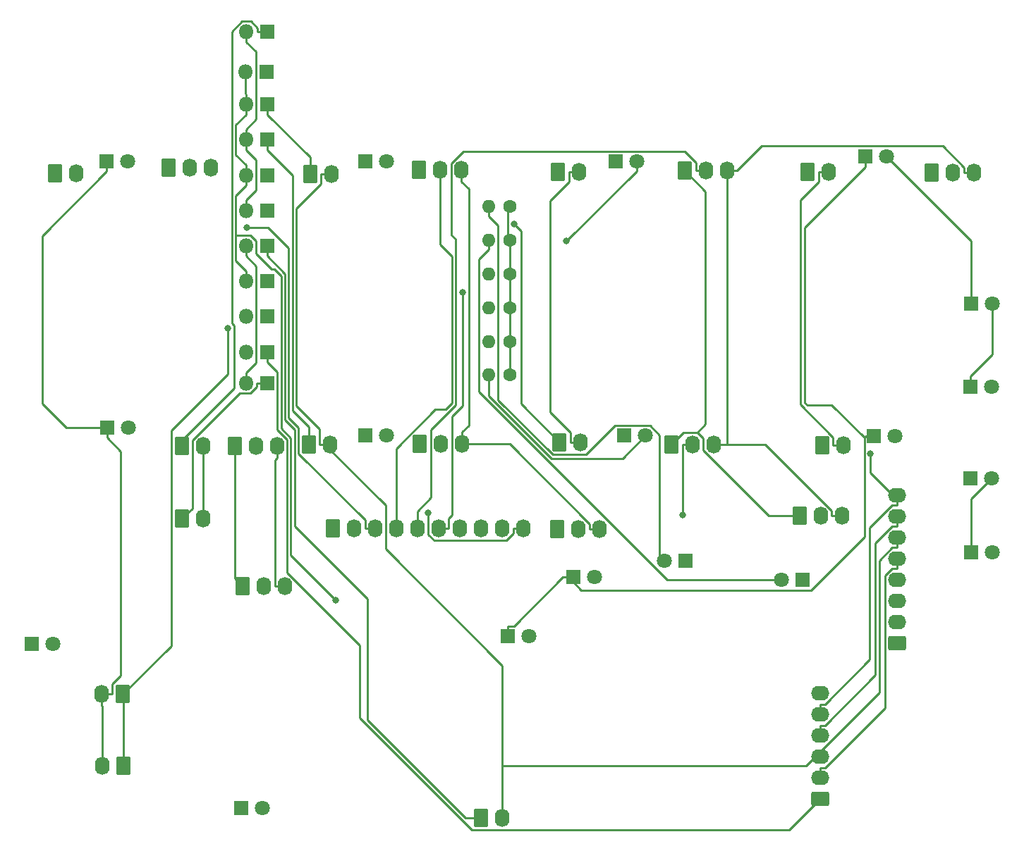
<source format=gbr>
%TF.GenerationSoftware,KiCad,Pcbnew,7.0.9*%
%TF.CreationDate,2023-11-26T15:46:12+10:00*%
%TF.ProjectId,INTERCOMM BACKLIGHT VALIDATION,494e5445-5243-44f4-9d4d-204241434b4c,rev?*%
%TF.SameCoordinates,Original*%
%TF.FileFunction,Copper,L2,Bot*%
%TF.FilePolarity,Positive*%
%FSLAX46Y46*%
G04 Gerber Fmt 4.6, Leading zero omitted, Abs format (unit mm)*
G04 Created by KiCad (PCBNEW 7.0.9) date 2023-11-26 15:46:12*
%MOMM*%
%LPD*%
G01*
G04 APERTURE LIST*
G04 Aperture macros list*
%AMRoundRect*
0 Rectangle with rounded corners*
0 $1 Rounding radius*
0 $2 $3 $4 $5 $6 $7 $8 $9 X,Y pos of 4 corners*
0 Add a 4 corners polygon primitive as box body*
4,1,4,$2,$3,$4,$5,$6,$7,$8,$9,$2,$3,0*
0 Add four circle primitives for the rounded corners*
1,1,$1+$1,$2,$3*
1,1,$1+$1,$4,$5*
1,1,$1+$1,$6,$7*
1,1,$1+$1,$8,$9*
0 Add four rect primitives between the rounded corners*
20,1,$1+$1,$2,$3,$4,$5,0*
20,1,$1+$1,$4,$5,$6,$7,0*
20,1,$1+$1,$6,$7,$8,$9,0*
20,1,$1+$1,$8,$9,$2,$3,0*%
G04 Aperture macros list end*
%TA.AperFunction,ComponentPad*%
%ADD10RoundRect,0.250000X-0.620000X-0.845000X0.620000X-0.845000X0.620000X0.845000X-0.620000X0.845000X0*%
%TD*%
%TA.AperFunction,ComponentPad*%
%ADD11O,1.740000X2.190000*%
%TD*%
%TA.AperFunction,ComponentPad*%
%ADD12R,1.800000X1.800000*%
%TD*%
%TA.AperFunction,ComponentPad*%
%ADD13O,1.800000X1.800000*%
%TD*%
%TA.AperFunction,ComponentPad*%
%ADD14C,1.600000*%
%TD*%
%TA.AperFunction,ComponentPad*%
%ADD15O,1.600000X1.600000*%
%TD*%
%TA.AperFunction,ComponentPad*%
%ADD16RoundRect,0.250000X0.845000X-0.620000X0.845000X0.620000X-0.845000X0.620000X-0.845000X-0.620000X0*%
%TD*%
%TA.AperFunction,ComponentPad*%
%ADD17O,2.190000X1.740000*%
%TD*%
%TA.AperFunction,ComponentPad*%
%ADD18RoundRect,0.250000X0.620000X0.845000X-0.620000X0.845000X-0.620000X-0.845000X0.620000X-0.845000X0*%
%TD*%
%TA.AperFunction,ComponentPad*%
%ADD19C,1.800000*%
%TD*%
%TA.AperFunction,ViaPad*%
%ADD20C,0.800000*%
%TD*%
%TA.AperFunction,Conductor*%
%ADD21C,0.250000*%
%TD*%
G04 APERTURE END LIST*
D10*
%TO.P,J4,1,Pin_1*%
%TO.N,/ANALOG_5V*%
X126930000Y-96890000D03*
D11*
%TO.P,J4,2,Pin_2*%
%TO.N,/ANALOG_GND*%
X129470000Y-96890000D03*
%TO.P,J4,3,Pin_3*%
%TO.N,/INT_VOL*%
X132010000Y-96890000D03*
%TO.P,J4,4,Pin_4*%
%TO.N,/FM_VOL*%
X134550000Y-96890000D03*
%TO.P,J4,5,Pin_5*%
%TO.N,/UHF_VOL*%
X137090000Y-96890000D03*
%TO.P,J4,6,Pin_6*%
%TO.N,/VHF_VOL*%
X139630000Y-96890000D03*
%TO.P,J4,7,Pin_7*%
%TO.N,/AIM_VOL*%
X142170000Y-96890000D03*
%TO.P,J4,8,Pin_8*%
%TO.N,/IFF_VOL*%
X144710000Y-96890000D03*
%TO.P,J4,9,Pin_9*%
%TO.N,/TACAN_VOL*%
X147250000Y-96890000D03*
%TO.P,J4,10,Pin_10*%
%TO.N,/MASTER_VOL*%
X149790000Y-96890000D03*
%TD*%
D10*
%TO.P,RV9,1,1*%
%TO.N,/ANALOG_5V*%
X198870000Y-54090000D03*
D11*
%TO.P,RV9,2,2*%
%TO.N,/VHF_VOL*%
X201410000Y-54090000D03*
%TO.P,RV9,3,3*%
%TO.N,/ANALOG_GND*%
X203950000Y-54090000D03*
%TD*%
D10*
%TO.P,RV8,1,1*%
%TO.N,/ANALOG_5V*%
X182970000Y-95310000D03*
D11*
%TO.P,RV8,2,2*%
%TO.N,/TACAN_VOL*%
X185510000Y-95310000D03*
%TO.P,RV8,3,3*%
%TO.N,/ANALOG_GND*%
X188050000Y-95310000D03*
%TD*%
D10*
%TO.P,RV7,1,1*%
%TO.N,/ANALOG_5V*%
X169180000Y-53870000D03*
D11*
%TO.P,RV7,2,2*%
%TO.N,/UHF_VOL*%
X171720000Y-53870000D03*
%TO.P,RV7,3,3*%
%TO.N,/ANALOG_GND*%
X174260000Y-53870000D03*
%TD*%
D10*
%TO.P,RV6,1,1*%
%TO.N,/ANALOG_5V*%
X167640000Y-86760000D03*
D11*
%TO.P,RV6,2,2*%
%TO.N,/ILS_VOL*%
X170180000Y-86760000D03*
%TO.P,RV6,3,3*%
%TO.N,/ANALOG_GND*%
X172720000Y-86760000D03*
%TD*%
D10*
%TO.P,RV5,1,1*%
%TO.N,/ANALOG_5V*%
X116110000Y-103810000D03*
D11*
%TO.P,RV5,2,2*%
%TO.N,/MASTER_VOL*%
X118650000Y-103810000D03*
%TO.P,RV5,3,3*%
%TO.N,/ANALOG_GND*%
X121190000Y-103810000D03*
%TD*%
D10*
%TO.P,RV4,1,1*%
%TO.N,/ANALOG_5V*%
X137300000Y-53750000D03*
D11*
%TO.P,RV4,2,2*%
%TO.N,/FM_VOL*%
X139840000Y-53750000D03*
%TO.P,RV4,3,3*%
%TO.N,/ANALOG_GND*%
X142380000Y-53750000D03*
%TD*%
D10*
%TO.P,RV3,1,1*%
%TO.N,/ANALOG_5V*%
X137400000Y-86710000D03*
D11*
%TO.P,RV3,2,2*%
%TO.N,/IFF_VOL*%
X139940000Y-86710000D03*
%TO.P,RV3,3,3*%
%TO.N,/ANALOG_GND*%
X142480000Y-86710000D03*
%TD*%
D10*
%TO.P,RV2,1,1*%
%TO.N,/ANALOG_5V*%
X107250000Y-53540000D03*
D11*
%TO.P,RV2,2,2*%
%TO.N,/INT_VOL*%
X109790000Y-53540000D03*
%TO.P,RV2,3,3*%
%TO.N,/ANALOG_GND*%
X112330000Y-53540000D03*
%TD*%
D10*
%TO.P,J5,1,Pin_1*%
%TO.N,/ANALOG_5V*%
X153920000Y-96930000D03*
D11*
%TO.P,J5,2,Pin_2*%
%TO.N,/ILS_VOL*%
X156460000Y-96930000D03*
%TO.P,J5,3,Pin_3*%
%TO.N,/ANALOG_GND*%
X159000000Y-96930000D03*
%TD*%
D12*
%TO.P,D29,1,K*%
%TO.N,Net-(D29-K)*%
X119070000Y-75660000D03*
D13*
%TO.P,D29,2,A*%
%TO.N,/COL0*%
X116530000Y-75660000D03*
%TD*%
D12*
%TO.P,D28,1,K*%
%TO.N,Net-(D28-K)*%
X119070000Y-71410000D03*
D13*
%TO.P,D28,2,A*%
%TO.N,/COL2*%
X116530000Y-71410000D03*
%TD*%
D12*
%TO.P,D27,1,K*%
%TO.N,Net-(D27-K)*%
X119070000Y-67160000D03*
D13*
%TO.P,D27,2,A*%
%TO.N,/COL1*%
X116530000Y-67160000D03*
%TD*%
D12*
%TO.P,D26,1,K*%
%TO.N,Net-(D26-K)*%
X119070000Y-62910000D03*
D13*
%TO.P,D26,2,A*%
%TO.N,/COL3*%
X116530000Y-62910000D03*
%TD*%
D12*
%TO.P,D25,1,K*%
%TO.N,Net-(D25-K)*%
X119070000Y-79400000D03*
D13*
%TO.P,D25,2,A*%
%TO.N,/COL3*%
X116530000Y-79400000D03*
%TD*%
D12*
%TO.P,D24,1,K*%
%TO.N,Net-(D24-K)*%
X119070000Y-58660000D03*
D13*
%TO.P,D24,2,A*%
%TO.N,/COL2*%
X116530000Y-58660000D03*
%TD*%
D12*
%TO.P,D23,1,K*%
%TO.N,Net-(D23-K)*%
X119070000Y-54410000D03*
D13*
%TO.P,D23,2,A*%
%TO.N,/COL1*%
X116530000Y-54410000D03*
%TD*%
D12*
%TO.P,D22,1,K*%
%TO.N,Net-(D22-K)*%
X119070000Y-50160000D03*
D13*
%TO.P,D22,2,A*%
%TO.N,/COL2*%
X116530000Y-50160000D03*
%TD*%
D12*
%TO.P,D21,1,K*%
%TO.N,Net-(D21-K)*%
X119070000Y-45910000D03*
D13*
%TO.P,D21,2,A*%
%TO.N,/COL1*%
X116530000Y-45910000D03*
%TD*%
D12*
%TO.P,D2,1,K*%
%TO.N,Net-(D2-K)*%
X119120000Y-37180000D03*
D13*
%TO.P,D2,2,A*%
%TO.N,/COL2*%
X116580000Y-37180000D03*
%TD*%
D12*
%TO.P,D1,1,K*%
%TO.N,Net-(D1-K)*%
X119040000Y-42000000D03*
D13*
%TO.P,D1,2,A*%
%TO.N,/COL1*%
X116500000Y-42000000D03*
%TD*%
D10*
%TO.P,SW10,1,1*%
%TO.N,Net-(D28-K)*%
X185680000Y-86850000D03*
D11*
%TO.P,SW10,2,2*%
%TO.N,/ROW10*%
X188220000Y-86850000D03*
%TD*%
D10*
%TO.P,SW9,1,1*%
%TO.N,Net-(D27-K)*%
X183980000Y-54020000D03*
D11*
%TO.P,SW9,2,2*%
%TO.N,/ROW10*%
X186520000Y-54020000D03*
%TD*%
D10*
%TO.P,SW8,1,1*%
%TO.N,Net-(D26-K)*%
X144740000Y-131660000D03*
D11*
%TO.P,SW8,2,2*%
%TO.N,/ROW8*%
X147280000Y-131660000D03*
%TD*%
D10*
%TO.P,SW5,1,1*%
%TO.N,Net-(D23-K)*%
X154000000Y-54020000D03*
D11*
%TO.P,SW5,2,2*%
%TO.N,/ROW9*%
X156540000Y-54020000D03*
%TD*%
D10*
%TO.P,SW4,1,1*%
%TO.N,Net-(D22-K)*%
X124040000Y-86770000D03*
D11*
%TO.P,SW4,2,2*%
%TO.N,/ROW8*%
X126580000Y-86770000D03*
%TD*%
D10*
%TO.P,SW3,1,1*%
%TO.N,Net-(D21-K)*%
X124210000Y-54250000D03*
D11*
%TO.P,SW3,2,2*%
%TO.N,/ROW8*%
X126750000Y-54250000D03*
%TD*%
D10*
%TO.P,SW2,1,1*%
%TO.N,Net-(D2-K)*%
X108800000Y-86950000D03*
D11*
%TO.P,SW2,2,2*%
%TO.N,/ROW7*%
X111340000Y-86950000D03*
%TD*%
D10*
%TO.P,SW1,1,1*%
%TO.N,Net-(D1-K)*%
X93590000Y-54160000D03*
D11*
%TO.P,SW1,2,2*%
%TO.N,/ROW7*%
X96130000Y-54160000D03*
%TD*%
D14*
%TO.P,R6,1*%
%TO.N,/BACKLIGHT_+12V*%
X148170000Y-78450000D03*
D15*
%TO.P,R6,2*%
%TO.N,Net-(D8-A)*%
X145630000Y-78450000D03*
%TD*%
D14*
%TO.P,R5,1*%
%TO.N,/BACKLIGHT_+12V*%
X148170000Y-74400000D03*
D15*
%TO.P,R5,2*%
%TO.N,Net-(D7-A)*%
X145630000Y-74400000D03*
%TD*%
D14*
%TO.P,R4,1*%
%TO.N,/BACKLIGHT_+12V*%
X148170000Y-70350000D03*
D15*
%TO.P,R4,2*%
%TO.N,Net-(D6-A)*%
X145630000Y-70350000D03*
%TD*%
D14*
%TO.P,R3,1*%
%TO.N,/BACKLIGHT_+12V*%
X148170000Y-66300000D03*
D15*
%TO.P,R3,2*%
%TO.N,Net-(D5-A)*%
X145630000Y-66300000D03*
%TD*%
D14*
%TO.P,R2,1*%
%TO.N,/BACKLIGHT_+12V*%
X148170000Y-62250000D03*
D15*
%TO.P,R2,2*%
%TO.N,Net-(D4-A)*%
X145630000Y-62250000D03*
%TD*%
D14*
%TO.P,R1,1*%
%TO.N,/BACKLIGHT_+12V*%
X148170000Y-58200000D03*
D15*
%TO.P,R1,2*%
%TO.N,Net-(D3-A)*%
X145630000Y-58200000D03*
%TD*%
D16*
%TO.P,J6,1,Pin_1*%
%TO.N,/COL0*%
X194670000Y-110690000D03*
D17*
%TO.P,J6,2,Pin_2*%
%TO.N,/COL1*%
X194670000Y-108150000D03*
%TO.P,J6,3,Pin_3*%
%TO.N,/COL2*%
X194670000Y-105610000D03*
%TO.P,J6,4,Pin_4*%
%TO.N,/COL3*%
X194670000Y-103070000D03*
%TO.P,J6,5,Pin_5*%
%TO.N,/ROW7*%
X194670000Y-100530000D03*
%TO.P,J6,6,Pin_6*%
%TO.N,/ROW8*%
X194670000Y-97990000D03*
%TO.P,J6,7,Pin_7*%
%TO.N,/ROW9*%
X194670000Y-95450000D03*
%TO.P,J6,8,Pin_8*%
%TO.N,/ROW10*%
X194670000Y-92910000D03*
%TD*%
D16*
%TO.P,J3,1,Pin_1*%
%TO.N,Net-(D29-K)*%
X185460000Y-129360000D03*
D17*
%TO.P,J3,2,Pin_2*%
%TO.N,/ROW7*%
X185460000Y-126820000D03*
%TO.P,J3,3,Pin_3*%
%TO.N,/ROW8*%
X185460000Y-124280000D03*
%TO.P,J3,4,Pin_4*%
%TO.N,/ROW9*%
X185460000Y-121740000D03*
%TO.P,J3,5,Pin_5*%
%TO.N,/ROW10*%
X185460000Y-119200000D03*
%TO.P,J3,6,Pin_6*%
%TO.N,unconnected-(J3-Pin_6-Pad6)*%
X185460000Y-116660000D03*
%TD*%
D18*
%TO.P,J2,1,Pin_1*%
%TO.N,/BACKLIGHT_+12V*%
X101770000Y-116800000D03*
D11*
%TO.P,J2,2,Pin_2*%
%TO.N,/BACKLIGHT_GND*%
X99230000Y-116800000D03*
%TD*%
D18*
%TO.P,J1,1,Pin_1*%
%TO.N,/BACKLIGHT_+12V*%
X101780000Y-125440000D03*
D11*
%TO.P,J1,2,Pin_2*%
%TO.N,/BACKLIGHT_GND*%
X99240000Y-125440000D03*
%TD*%
D12*
%TO.P,D20,1,K*%
%TO.N,/BACKLIGHT_GND*%
X99850000Y-84750000D03*
D19*
%TO.P,D20,2,A*%
%TO.N,Net-(D14-K)*%
X102390000Y-84750000D03*
%TD*%
D12*
%TO.P,D19,1,K*%
%TO.N,/BACKLIGHT_GND*%
X191935000Y-85790000D03*
D19*
%TO.P,D19,2,A*%
%TO.N,Net-(D13-K)*%
X194475000Y-85790000D03*
%TD*%
D12*
%TO.P,D18,1,K*%
%TO.N,/BACKLIGHT_GND*%
X190910000Y-52180000D03*
D19*
%TO.P,D18,2,A*%
%TO.N,Net-(D12-K)*%
X193450000Y-52180000D03*
%TD*%
D12*
%TO.P,D17,1,K*%
%TO.N,/BACKLIGHT_GND*%
X99810000Y-52750000D03*
D19*
%TO.P,D17,2,A*%
%TO.N,Net-(D11-K)*%
X102350000Y-52750000D03*
%TD*%
D12*
%TO.P,D16,1,K*%
%TO.N,/BACKLIGHT_GND*%
X147925000Y-109830000D03*
D19*
%TO.P,D16,2,A*%
%TO.N,Net-(D10-K)*%
X150465000Y-109830000D03*
%TD*%
D12*
%TO.P,D15,1,K*%
%TO.N,/BACKLIGHT_GND*%
X155820000Y-102720000D03*
D19*
%TO.P,D15,2,A*%
%TO.N,Net-(D15-A)*%
X158360000Y-102720000D03*
%TD*%
D12*
%TO.P,D14,1,K*%
%TO.N,Net-(D14-K)*%
X130840000Y-85720000D03*
D19*
%TO.P,D14,2,A*%
%TO.N,Net-(D14-A)*%
X133380000Y-85720000D03*
%TD*%
D12*
%TO.P,D13,1,K*%
%TO.N,Net-(D13-K)*%
X203500000Y-90830000D03*
D19*
%TO.P,D13,2,A*%
%TO.N,Net-(D13-A)*%
X206040000Y-90830000D03*
%TD*%
D12*
%TO.P,D12,1,K*%
%TO.N,Net-(D12-K)*%
X203555000Y-69820000D03*
D19*
%TO.P,D12,2,A*%
%TO.N,Net-(D12-A)*%
X206095000Y-69820000D03*
%TD*%
D12*
%TO.P,D11,1,K*%
%TO.N,Net-(D11-K)*%
X130820000Y-52720000D03*
D19*
%TO.P,D11,2,A*%
%TO.N,Net-(D11-A)*%
X133360000Y-52720000D03*
%TD*%
D12*
%TO.P,D10,1,K*%
%TO.N,Net-(D10-K)*%
X115990000Y-130520000D03*
D19*
%TO.P,D10,2,A*%
%TO.N,Net-(D10-A)*%
X118530000Y-130520000D03*
%TD*%
D12*
%TO.P,D9,1,K*%
%TO.N,Net-(D15-A)*%
X90825000Y-110730000D03*
D19*
%TO.P,D9,2,A*%
%TO.N,Net-(D3-K)*%
X93365000Y-110730000D03*
%TD*%
D12*
%TO.P,D8,1,K*%
%TO.N,Net-(D14-A)*%
X161930000Y-85730000D03*
D19*
%TO.P,D8,2,A*%
%TO.N,Net-(D8-A)*%
X164470000Y-85730000D03*
%TD*%
D12*
%TO.P,D7,1,K*%
%TO.N,Net-(D13-A)*%
X203550000Y-99770000D03*
D19*
%TO.P,D7,2,A*%
%TO.N,Net-(D7-A)*%
X206090000Y-99770000D03*
%TD*%
D12*
%TO.P,D6,1,K*%
%TO.N,Net-(D12-A)*%
X203460000Y-79820000D03*
D19*
%TO.P,D6,2,A*%
%TO.N,Net-(D6-A)*%
X206000000Y-79820000D03*
%TD*%
%TO.P,D5,2,A*%
%TO.N,Net-(D5-A)*%
X163415000Y-52790000D03*
D12*
%TO.P,D5,1,K*%
%TO.N,Net-(D11-A)*%
X160875000Y-52790000D03*
%TD*%
%TO.P,D4,1,K*%
%TO.N,Net-(D10-A)*%
X183390000Y-103020000D03*
D19*
%TO.P,D4,2,A*%
%TO.N,Net-(D4-A)*%
X180850000Y-103020000D03*
%TD*%
D12*
%TO.P,D3,1,K*%
%TO.N,Net-(D3-K)*%
X169330000Y-100800000D03*
D19*
%TO.P,D3,2,A*%
%TO.N,Net-(D3-A)*%
X166790000Y-100800000D03*
%TD*%
D10*
%TO.P,SW7,1,A*%
%TO.N,Net-(D25-K)*%
X108830000Y-95720000D03*
D11*
%TO.P,SW7,2,B*%
%TO.N,/ROW7*%
X111370000Y-95720000D03*
%TD*%
D10*
%TO.P,RV1,1,1*%
%TO.N,/ANALOG_5V*%
X115170000Y-86940000D03*
D11*
%TO.P,RV1,2,2*%
%TO.N,/AIM_VOL*%
X117710000Y-86940000D03*
%TO.P,RV1,3,3*%
%TO.N,/ANALOG_GND*%
X120250000Y-86940000D03*
%TD*%
D10*
%TO.P,SW6,1,1*%
%TO.N,Net-(D24-K)*%
X154180000Y-86560000D03*
D11*
%TO.P,SW6,2,2*%
%TO.N,/ROW9*%
X156720000Y-86560000D03*
%TD*%
D20*
%TO.N,/VHF_VOL*%
X142528900Y-68499000D03*
%TO.N,/MASTER_VOL*%
X138409200Y-94989600D03*
%TO.N,/ILS_VOL*%
X168984700Y-95249500D03*
%TO.N,/INT_VOL*%
X116646900Y-60752700D03*
%TO.N,/ROW10*%
X191485800Y-87903300D03*
%TO.N,/BACKLIGHT_+12V*%
X114366800Y-72789600D03*
%TO.N,Net-(D24-K)*%
X148691500Y-60283700D03*
%TO.N,Net-(D5-A)*%
X155017400Y-62326100D03*
%TO.N,/COL1*%
X127312300Y-105480200D03*
%TD*%
D21*
%TO.N,/VHF_VOL*%
X139630000Y-96890000D02*
X140825300Y-96890000D01*
X142528900Y-82128500D02*
X142528900Y-68499000D01*
X141265300Y-83392100D02*
X142528900Y-82128500D01*
X141265300Y-95254700D02*
X141265300Y-83392100D01*
X140825300Y-95694700D02*
X141265300Y-95254700D01*
X140825300Y-96890000D02*
X140825300Y-95694700D01*
%TO.N,/UHF_VOL*%
X137090000Y-94816000D02*
X137090000Y-96890000D01*
X138728200Y-93177800D02*
X137090000Y-94816000D01*
X138728200Y-84984600D02*
X138728200Y-93177800D01*
X141695700Y-82017100D02*
X138728200Y-84984600D01*
X141695700Y-62125200D02*
X141695700Y-82017100D01*
X141144100Y-61573600D02*
X141695700Y-62125200D01*
X141144100Y-53003500D02*
X141144100Y-61573600D01*
X142599800Y-51547800D02*
X141144100Y-53003500D01*
X169173700Y-51547800D02*
X142599800Y-51547800D01*
X170524700Y-52898800D02*
X169173700Y-51547800D01*
X170524700Y-53870000D02*
X170524700Y-52898800D01*
X171720000Y-53870000D02*
X170524700Y-53870000D01*
%TO.N,/MASTER_VOL*%
X149790000Y-96890000D02*
X148594700Y-96890000D01*
X138409200Y-97591900D02*
X138409200Y-94989600D01*
X139127700Y-98310400D02*
X138409200Y-97591900D01*
X147771900Y-98310400D02*
X139127700Y-98310400D01*
X148594700Y-97487600D02*
X147771900Y-98310400D01*
X148594700Y-96890000D02*
X148594700Y-97487600D01*
%TO.N,/FM_VOL*%
X139840000Y-53750000D02*
X139840000Y-55170300D01*
X134550000Y-87275400D02*
X134550000Y-96890000D01*
X139228800Y-82596600D02*
X134550000Y-87275400D01*
X140478300Y-82596600D02*
X139228800Y-82596600D01*
X141245300Y-81829600D02*
X140478300Y-82596600D01*
X141245300Y-64182400D02*
X141245300Y-81829600D01*
X139840000Y-62777100D02*
X141245300Y-64182400D01*
X139840000Y-55170300D02*
X139840000Y-62777100D01*
%TO.N,/ILS_VOL*%
X170180000Y-86760000D02*
X168984700Y-86760000D01*
X168984700Y-86760000D02*
X168984700Y-95249500D01*
%TO.N,/INT_VOL*%
X130814700Y-95875900D02*
X130814700Y-96890000D01*
X122834800Y-87896000D02*
X130814700Y-95875900D01*
X122834800Y-84761100D02*
X122834800Y-87896000D01*
X121646200Y-83572500D02*
X122834800Y-84761100D01*
X121646200Y-63195200D02*
X121646200Y-83572500D01*
X119203700Y-60752700D02*
X121646200Y-63195200D01*
X116646900Y-60752700D02*
X119203700Y-60752700D01*
X132010000Y-96890000D02*
X130814700Y-96890000D01*
%TO.N,Net-(D25-K)*%
X117844700Y-79859600D02*
X117844700Y-79400000D01*
X117079000Y-80625300D02*
X117844700Y-79859600D01*
X115746000Y-80625300D02*
X117079000Y-80625300D01*
X110070500Y-86300800D02*
X115746000Y-80625300D01*
X110070500Y-94479500D02*
X110070500Y-86300800D01*
X108830000Y-95720000D02*
X110070500Y-94479500D01*
X119070000Y-79400000D02*
X117844700Y-79400000D01*
%TO.N,/ROW10*%
X185460000Y-119200000D02*
X185460000Y-118004700D01*
X185324700Y-55215300D02*
X185324700Y-54020000D01*
X183120600Y-57419400D02*
X185324700Y-55215300D01*
X183120600Y-82003700D02*
X183120600Y-57419400D01*
X187024700Y-85907800D02*
X183120600Y-82003700D01*
X187024700Y-86850000D02*
X187024700Y-85907800D01*
X188220000Y-86850000D02*
X187024700Y-86850000D01*
X186520000Y-54020000D02*
X185324700Y-54020000D01*
X194670000Y-92910000D02*
X194670000Y-93383400D01*
X194670000Y-93383400D02*
X194670000Y-94105300D01*
X186057600Y-118004700D02*
X185460000Y-118004700D01*
X191416200Y-112646100D02*
X186057600Y-118004700D01*
X191416200Y-96761500D02*
X191416200Y-112646100D01*
X194072400Y-94105300D02*
X191416200Y-96761500D01*
X194670000Y-94105300D02*
X194072400Y-94105300D01*
X191485800Y-90199200D02*
X191485800Y-87903300D01*
X194670000Y-93383400D02*
X191485800Y-90199200D01*
%TO.N,/ROW9*%
X155344700Y-55215300D02*
X155344700Y-54020000D01*
X153025900Y-57534100D02*
X155344700Y-55215300D01*
X153025900Y-82865900D02*
X153025900Y-57534100D01*
X155524700Y-85364700D02*
X153025900Y-82865900D01*
X155524700Y-86560000D02*
X155524700Y-85364700D01*
X156720000Y-86560000D02*
X155524700Y-86560000D01*
X156540000Y-54020000D02*
X155344700Y-54020000D01*
X186057600Y-120544700D02*
X185460000Y-120544700D01*
X192091500Y-114510800D02*
X186057600Y-120544700D01*
X192091500Y-98626200D02*
X192091500Y-114510800D01*
X194072400Y-96645300D02*
X192091500Y-98626200D01*
X194670000Y-96645300D02*
X194072400Y-96645300D01*
X194670000Y-95450000D02*
X194670000Y-96645300D01*
X185460000Y-121740000D02*
X185460000Y-120544700D01*
%TO.N,/ROW8*%
X126750000Y-54250000D02*
X125554700Y-54250000D01*
X126580000Y-86770000D02*
X125982400Y-86770000D01*
X125982400Y-86770000D02*
X125384700Y-86770000D01*
X125554700Y-55445300D02*
X125554700Y-54250000D01*
X122588500Y-58411500D02*
X125554700Y-55445300D01*
X122588500Y-82141600D02*
X122588500Y-58411500D01*
X125384700Y-84937800D02*
X122588500Y-82141600D01*
X125384700Y-86770000D02*
X125384700Y-84937800D01*
X185460000Y-124280000D02*
X185460000Y-123682300D01*
X147280000Y-113348300D02*
X147280000Y-125402300D01*
X133280000Y-99348300D02*
X147280000Y-113348300D01*
X133280000Y-94067600D02*
X133280000Y-99348300D01*
X125982400Y-86770000D02*
X133280000Y-94067600D01*
X147280000Y-125402300D02*
X147280000Y-131660000D01*
X183740000Y-125402300D02*
X185460000Y-123682300D01*
X147280000Y-125402300D02*
X183740000Y-125402300D01*
X194670000Y-97990000D02*
X194670000Y-99185300D01*
X194086800Y-99185300D02*
X194670000Y-99185300D01*
X192541900Y-100730200D02*
X194086800Y-99185300D01*
X192541900Y-116600400D02*
X192541900Y-100730200D01*
X185460000Y-123682300D02*
X192541900Y-116600400D01*
%TO.N,/ROW7*%
X111340000Y-94269700D02*
X111340000Y-86950000D01*
X111370000Y-94299700D02*
X111340000Y-94269700D01*
X111370000Y-95720000D02*
X111370000Y-94299700D01*
X194072300Y-101725300D02*
X194670000Y-101725300D01*
X193217400Y-102580200D02*
X194072300Y-101725300D01*
X193217400Y-118464900D02*
X193217400Y-102580200D01*
X186057600Y-125624700D02*
X193217400Y-118464900D01*
X185460000Y-125624700D02*
X186057600Y-125624700D01*
X185460000Y-126820000D02*
X185460000Y-125624700D01*
X194670000Y-100530000D02*
X194670000Y-101725300D01*
%TO.N,/BACKLIGHT_+12V*%
X148170000Y-62250000D02*
X148170000Y-66300000D01*
X148170000Y-66300000D02*
X148170000Y-70350000D01*
X148170000Y-70350000D02*
X148170000Y-74400000D01*
X148170000Y-74400000D02*
X148170000Y-78450000D01*
X101780000Y-116810000D02*
X101770000Y-116800000D01*
X101780000Y-125440000D02*
X101780000Y-116810000D01*
X107602100Y-110967900D02*
X101770000Y-116800000D01*
X107602100Y-85077700D02*
X107602100Y-110967900D01*
X114366800Y-78313000D02*
X107602100Y-85077700D01*
X114366800Y-72789600D02*
X114366800Y-78313000D01*
X147966200Y-62046200D02*
X148170000Y-62250000D01*
X147966200Y-58403800D02*
X147966200Y-62046200D01*
X148170000Y-58200000D02*
X147966200Y-58403800D01*
%TO.N,Net-(D29-K)*%
X119070000Y-75660000D02*
X119070000Y-76885300D01*
X181737600Y-133082400D02*
X185460000Y-129360000D01*
X143672400Y-133082400D02*
X181737600Y-133082400D01*
X130208900Y-119618900D02*
X143672400Y-133082400D01*
X130208900Y-110913300D02*
X130208900Y-119618900D01*
X121457100Y-102161500D02*
X130208900Y-110913300D01*
X121457100Y-86178400D02*
X121457100Y-102161500D01*
X120295300Y-85016600D02*
X121457100Y-86178400D01*
X120295300Y-78110600D02*
X120295300Y-85016600D01*
X119070000Y-76885300D02*
X120295300Y-78110600D01*
%TO.N,/COL3*%
X117755300Y-65360600D02*
X116530000Y-64135300D01*
X117755300Y-76949400D02*
X117755300Y-65360600D01*
X116530000Y-78174700D02*
X117755300Y-76949400D01*
X116530000Y-79400000D02*
X116530000Y-78174700D01*
X116530000Y-62910000D02*
X116530000Y-64135300D01*
%TO.N,Net-(D26-K)*%
X119070000Y-62910000D02*
X119070000Y-64135300D01*
X142911800Y-131660000D02*
X144740000Y-131660000D01*
X131116400Y-119864600D02*
X142911800Y-131660000D01*
X131116400Y-105314300D02*
X131116400Y-119864600D01*
X122375600Y-96573500D02*
X131116400Y-105314300D01*
X122375600Y-85018300D02*
X122375600Y-96573500D01*
X121195900Y-83838600D02*
X122375600Y-85018300D01*
X121195900Y-66261200D02*
X121195900Y-83838600D01*
X119070000Y-64135300D02*
X121195900Y-66261200D01*
%TO.N,Net-(D24-K)*%
X149532400Y-61124600D02*
X148691500Y-60283700D01*
X149532400Y-81912400D02*
X149532400Y-61124600D01*
X154180000Y-86560000D02*
X149532400Y-81912400D01*
%TO.N,Net-(D22-K)*%
X119070000Y-50160000D02*
X119070000Y-51385300D01*
X122096600Y-54411900D02*
X119070000Y-51385300D01*
X122096600Y-82735700D02*
X122096600Y-54411900D01*
X124040000Y-84679100D02*
X122096600Y-82735700D01*
X124040000Y-86770000D02*
X124040000Y-84679100D01*
%TO.N,Net-(D21-K)*%
X124210000Y-52275300D02*
X119070000Y-47135300D01*
X124210000Y-54250000D02*
X124210000Y-52275300D01*
X119070000Y-45910000D02*
X119070000Y-47135300D01*
%TO.N,/BACKLIGHT_GND*%
X148710000Y-108604700D02*
X147925000Y-108604700D01*
X154594700Y-102720000D02*
X148710000Y-108604700D01*
X147925000Y-109830000D02*
X147925000Y-108604700D01*
X99810000Y-52750000D02*
X99810000Y-53975300D01*
X155820000Y-102720000D02*
X155207400Y-102720000D01*
X155207400Y-102720000D02*
X154594700Y-102720000D01*
X191935000Y-85790000D02*
X190955700Y-85790000D01*
X99240000Y-118230300D02*
X99240000Y-125440000D01*
X99230000Y-118220300D02*
X99240000Y-118230300D01*
X99230000Y-116800000D02*
X99230000Y-118220300D01*
X99230000Y-116800000D02*
X100425300Y-116800000D01*
X94963800Y-84750000D02*
X99850000Y-84750000D01*
X92062200Y-81848400D02*
X94963800Y-84750000D01*
X92062200Y-61723100D02*
X92062200Y-81848400D01*
X99810000Y-53975300D02*
X92062200Y-61723100D01*
X100425300Y-115604700D02*
X100425300Y-116800000D01*
X101506000Y-114524000D02*
X100425300Y-115604700D01*
X101506000Y-87631300D02*
X101506000Y-114524000D01*
X99850000Y-85975300D02*
X101506000Y-87631300D01*
X99850000Y-84750000D02*
X99850000Y-85975300D01*
X190910000Y-52180000D02*
X190910000Y-53405300D01*
X183602800Y-60712500D02*
X190910000Y-53405300D01*
X183602800Y-81754600D02*
X183602800Y-60712500D01*
X183906300Y-82058100D02*
X183602800Y-81754600D01*
X186833400Y-82058100D02*
X183906300Y-82058100D01*
X190760500Y-85985200D02*
X186833400Y-82058100D01*
X190955700Y-85790000D02*
X190760500Y-85985200D01*
X156763300Y-104275900D02*
X155207400Y-102720000D01*
X184396100Y-104275900D02*
X156763300Y-104275900D01*
X190760500Y-97911500D02*
X184396100Y-104275900D01*
X190760500Y-85985200D02*
X190760500Y-97911500D01*
%TO.N,Net-(D12-K)*%
X203555000Y-62285000D02*
X193450000Y-52180000D01*
X203555000Y-69820000D02*
X203555000Y-62285000D01*
%TO.N,Net-(D8-A)*%
X161716400Y-88483600D02*
X164470000Y-85730000D01*
X153182600Y-88483600D02*
X161716400Y-88483600D01*
X145630000Y-80931000D02*
X153182600Y-88483600D01*
X145630000Y-78450000D02*
X145630000Y-80931000D01*
%TO.N,Net-(D13-A)*%
X203550000Y-93320000D02*
X206040000Y-90830000D01*
X203550000Y-99770000D02*
X203550000Y-93320000D01*
%TO.N,Net-(D12-A)*%
X206095000Y-75959700D02*
X206095000Y-69820000D01*
X203460000Y-78594700D02*
X206095000Y-75959700D01*
X203460000Y-79820000D02*
X203460000Y-78594700D01*
%TO.N,Net-(D5-A)*%
X163415000Y-53928500D02*
X155017400Y-62326100D01*
X163415000Y-52790000D02*
X163415000Y-53928500D01*
%TO.N,Net-(D4-A)*%
X144504700Y-64500600D02*
X145630000Y-63375300D01*
X144504700Y-80442600D02*
X144504700Y-64500600D01*
X167082100Y-103020000D02*
X144504700Y-80442600D01*
X180850000Y-103020000D02*
X167082100Y-103020000D01*
X145630000Y-62250000D02*
X145630000Y-63375300D01*
%TO.N,Net-(D3-A)*%
X146755300Y-60450600D02*
X145630000Y-59325300D01*
X146755300Y-81419400D02*
X146755300Y-60450600D01*
X153343200Y-88007300D02*
X146755300Y-81419400D01*
X157335300Y-88007300D02*
X153343200Y-88007300D01*
X160838000Y-84504600D02*
X157335300Y-88007300D01*
X165025600Y-84504600D02*
X160838000Y-84504600D01*
X166172300Y-85651300D02*
X165025600Y-84504600D01*
X166172300Y-100182300D02*
X166172300Y-85651300D01*
X166790000Y-100800000D02*
X166172300Y-100182300D01*
X145630000Y-58200000D02*
X145630000Y-59325300D01*
%TO.N,/COL2*%
X117755300Y-47709400D02*
X116530000Y-48934700D01*
X117755300Y-39580600D02*
X117755300Y-47709400D01*
X116580000Y-38405300D02*
X117755300Y-39580600D01*
X116580000Y-37180000D02*
X116580000Y-38405300D01*
X116530000Y-50160000D02*
X116530000Y-48934700D01*
X117755300Y-52610600D02*
X116530000Y-51385300D01*
X117755300Y-56209400D02*
X117755300Y-52610600D01*
X116530000Y-57434700D02*
X117755300Y-56209400D01*
X116530000Y-58660000D02*
X116530000Y-57434700D01*
X116530000Y-50160000D02*
X116530000Y-51385300D01*
%TO.N,/COL1*%
X116500000Y-44654700D02*
X116530000Y-44684700D01*
X116500000Y-42000000D02*
X116500000Y-44654700D01*
X116530000Y-45297300D02*
X116530000Y-44684700D01*
X116530000Y-45297300D02*
X116530000Y-45910000D01*
X115304700Y-51959400D02*
X116530000Y-53184700D01*
X115304700Y-48360600D02*
X115304700Y-51959400D01*
X116530000Y-47135300D02*
X115304700Y-48360600D01*
X116530000Y-45910000D02*
X116530000Y-47135300D01*
X116530000Y-53797300D02*
X116530000Y-53931100D01*
X116530000Y-54410000D02*
X116530000Y-53931100D01*
X116530000Y-53797300D02*
X116530000Y-53184700D01*
X116530000Y-67160000D02*
X116530000Y-65934700D01*
X116530000Y-54410000D02*
X116530000Y-55635300D01*
X115304700Y-56860600D02*
X116530000Y-55635300D01*
X115304700Y-61684600D02*
X115304700Y-56860600D01*
X115304700Y-64709400D02*
X116530000Y-65934700D01*
X115304700Y-61684600D02*
X115304700Y-64709400D01*
X121907500Y-100075400D02*
X127312300Y-105480200D01*
X121907500Y-85991900D02*
X121907500Y-100075400D01*
X120745600Y-84830000D02*
X121907500Y-85991900D01*
X120745600Y-66540700D02*
X120745600Y-84830000D01*
X119951200Y-65746300D02*
X120745600Y-66540700D01*
X119625100Y-65746300D02*
X119951200Y-65746300D01*
X117755400Y-63876600D02*
X119625100Y-65746300D01*
X117755400Y-62357100D02*
X117755400Y-63876600D01*
X117082900Y-61684600D02*
X117755400Y-62357100D01*
X115304700Y-61684600D02*
X117082900Y-61684600D01*
%TO.N,/ANALOG_GND*%
X119994700Y-88615600D02*
X119994700Y-103810000D01*
X120250000Y-88360300D02*
X119994700Y-88615600D01*
X121190000Y-103810000D02*
X119994700Y-103810000D01*
X120250000Y-86940000D02*
X120250000Y-88360300D01*
X142380000Y-53750000D02*
X142380000Y-55170300D01*
X142480000Y-86710000D02*
X142480000Y-85289700D01*
X148182300Y-86710000D02*
X142480000Y-86710000D01*
X157804700Y-96332400D02*
X148182300Y-86710000D01*
X157804700Y-96930000D02*
X157804700Y-96332400D01*
X159000000Y-96930000D02*
X157804700Y-96930000D01*
X188050000Y-95310000D02*
X186854700Y-95310000D01*
X178902300Y-86760000D02*
X174260000Y-86760000D01*
X186854700Y-94712400D02*
X178902300Y-86760000D01*
X186854700Y-95310000D02*
X186854700Y-94712400D01*
X174260000Y-86760000D02*
X172720000Y-86760000D01*
X203950000Y-54090000D02*
X202754700Y-54090000D01*
X174260000Y-86760000D02*
X174260000Y-53870000D01*
X202754700Y-53492400D02*
X202754700Y-54090000D01*
X200184900Y-50922600D02*
X202754700Y-53492400D01*
X178402700Y-50922600D02*
X200184900Y-50922600D01*
X175455300Y-53870000D02*
X178402700Y-50922600D01*
X174260000Y-53870000D02*
X175455300Y-53870000D01*
X143290900Y-56081200D02*
X142380000Y-55170300D01*
X143290900Y-84478800D02*
X143290900Y-56081200D01*
X142480000Y-85289700D02*
X143290900Y-84478800D01*
%TO.N,/ANALOG_5V*%
X115170000Y-102870000D02*
X116110000Y-103810000D01*
X115170000Y-86940000D02*
X115170000Y-102870000D01*
X171695900Y-84369300D02*
X170741100Y-85324100D01*
X171695900Y-56385900D02*
X171695900Y-84369300D01*
X169180000Y-53870000D02*
X171695900Y-56385900D01*
X171450000Y-86033000D02*
X170741100Y-85324100D01*
X171450000Y-87445100D02*
X171450000Y-86033000D01*
X179314900Y-95310000D02*
X171450000Y-87445100D01*
X182970000Y-95310000D02*
X179314900Y-95310000D01*
X169075900Y-85324100D02*
X167640000Y-86760000D01*
X170741100Y-85324100D02*
X169075900Y-85324100D01*
%TO.N,Net-(D2-K)*%
X119120000Y-37180000D02*
X117894700Y-37180000D01*
X117894700Y-36720500D02*
X117894700Y-37180000D01*
X117111800Y-35937600D02*
X117894700Y-36720500D01*
X116079400Y-35937600D02*
X117111800Y-35937600D01*
X114843500Y-37173500D02*
X116079400Y-35937600D01*
X114843500Y-72240500D02*
X114843500Y-37173500D01*
X115092100Y-72489100D02*
X114843500Y-72240500D01*
X115092100Y-80021000D02*
X115092100Y-72489100D01*
X108800000Y-86313100D02*
X115092100Y-80021000D01*
X108800000Y-86950000D02*
X108800000Y-86313100D01*
%TD*%
M02*

</source>
